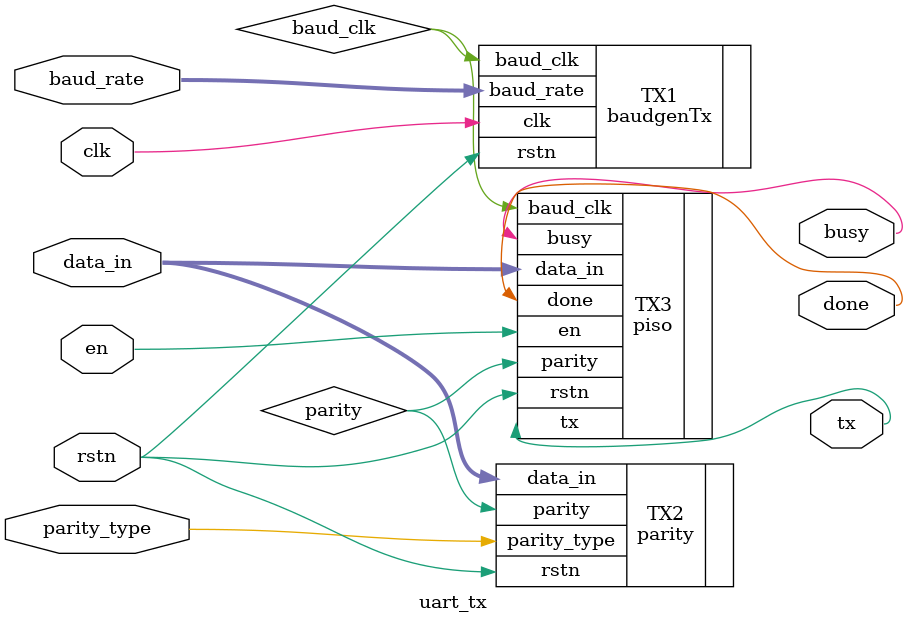
<source format=v>
module uart_tx(clk,rstn,en,data_in,baud_rate,parity_type,tx,done,busy);

	input clk,rstn,en,parity_type;
	input [1:0] baud_rate;
	input [7:0] data_in;
	output tx,done,busy;

	wire baud_clk,parity;

	baudgenTx TX1(	.clk(clk),
			.rstn(rstn),
			.baud_rate(baud_rate),
			.baud_clk(baud_clk));

	parity TX2(	.rstn(rstn),
			.parity_type(parity_type),
			.data_in(data_in),
			.parity(parity));

	piso TX3(	.baud_clk(baud_clk),
			.rstn(rstn),
			.en(en),
			.parity(parity),
			.data_in(data_in),
			.tx(tx),
			.busy(busy),
			.done(done));

endmodule











</source>
